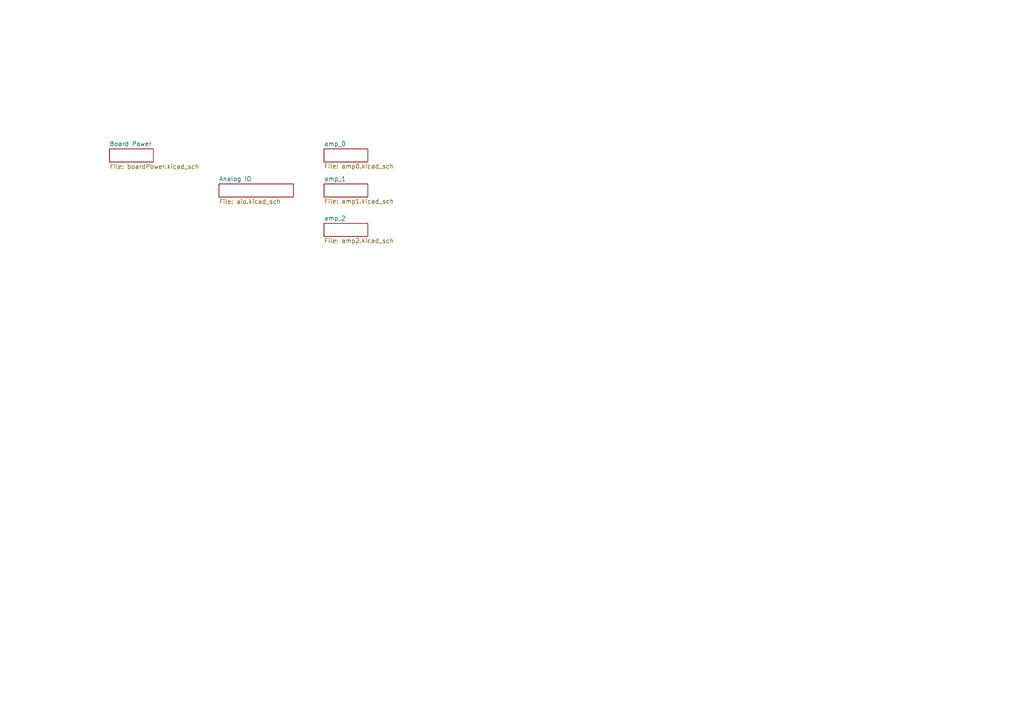
<source format=kicad_sch>
(kicad_sch
	(version 20231120)
	(generator "eeschema")
	(generator_version "8.0")
	(uuid "c6103430-c27a-4e90-8e2e-9404255f5ee3")
	(paper "A4")
	(lib_symbols)
	(sheet
		(at 93.98 43.18)
		(size 12.7 3.81)
		(stroke
			(width 0.1524)
			(type solid)
		)
		(fill
			(color 0 0 0 0.0000)
		)
		(uuid "4b870615-1fdd-4c38-ae2a-ce2f07b58b57")
		(property "Sheetname" "amp_0"
			(at 93.98 42.4684 0)
			(effects
				(font
					(size 1.27 1.27)
				)
				(justify left bottom)
			)
		)
		(property "Sheetfile" "amp0.kicad_sch"
			(at 93.98 47.498 0)
			(effects
				(font
					(size 1.27 1.27)
				)
				(justify left top)
			)
		)
		(instances
			(project "amp_board_rev3"
				(path "/c6103430-c27a-4e90-8e2e-9404255f5ee3"
					(page "5")
				)
			)
		)
	)
	(sheet
		(at 63.5 53.34)
		(size 21.59 3.81)
		(fields_autoplaced yes)
		(stroke
			(width 0.1524)
			(type solid)
		)
		(fill
			(color 0 0 0 0.0000)
		)
		(uuid "7c57c744-c249-4038-95bb-f0647f1e1f7f")
		(property "Sheetname" "Analog IO"
			(at 63.5 52.6284 0)
			(effects
				(font
					(size 1.27 1.27)
				)
				(justify left bottom)
			)
		)
		(property "Sheetfile" "aio.kicad_sch"
			(at 63.5 57.7346 0)
			(effects
				(font
					(size 1.27 1.27)
				)
				(justify left top)
			)
		)
		(instances
			(project "amp_board_rev3"
				(path "/c6103430-c27a-4e90-8e2e-9404255f5ee3"
					(page "3")
				)
			)
		)
	)
	(sheet
		(at 93.98 53.34)
		(size 12.7 3.81)
		(stroke
			(width 0.1524)
			(type solid)
		)
		(fill
			(color 0 0 0 0.0000)
		)
		(uuid "865508fb-4dd4-4359-9e39-5883a9441607")
		(property "Sheetname" "amp_1"
			(at 93.98 52.6284 0)
			(effects
				(font
					(size 1.27 1.27)
				)
				(justify left bottom)
			)
		)
		(property "Sheetfile" "amp1.kicad_sch"
			(at 93.98 57.658 0)
			(effects
				(font
					(size 1.27 1.27)
				)
				(justify left top)
			)
		)
		(instances
			(project "amp_board_rev3"
				(path "/c6103430-c27a-4e90-8e2e-9404255f5ee3"
					(page "4")
				)
			)
		)
	)
	(sheet
		(at 93.98 64.77)
		(size 12.7 3.81)
		(stroke
			(width 0.1524)
			(type solid)
		)
		(fill
			(color 0 0 0 0.0000)
		)
		(uuid "9680e1db-1c4d-4695-b606-6f4dd207e124")
		(property "Sheetname" "amp_2"
			(at 93.98 64.0584 0)
			(effects
				(font
					(size 1.27 1.27)
				)
				(justify left bottom)
			)
		)
		(property "Sheetfile" "amp2.kicad_sch"
			(at 93.98 69.088 0)
			(effects
				(font
					(size 1.27 1.27)
				)
				(justify left top)
			)
		)
		(instances
			(project "amp_board_rev3"
				(path "/c6103430-c27a-4e90-8e2e-9404255f5ee3"
					(page "6")
				)
			)
		)
	)
	(sheet
		(at 31.75 43.18)
		(size 12.7 3.81)
		(fields_autoplaced yes)
		(stroke
			(width 0.1524)
			(type solid)
		)
		(fill
			(color 0 0 0 0.0000)
		)
		(uuid "ab3d06fa-a7a0-4394-b6d7-1ca538756c6f")
		(property "Sheetname" "Board Power"
			(at 31.75 42.4684 0)
			(effects
				(font
					(size 1.27 1.27)
				)
				(justify left bottom)
			)
		)
		(property "Sheetfile" "boardPower.kicad_sch"
			(at 31.75 47.5746 0)
			(effects
				(font
					(size 1.27 1.27)
				)
				(justify left top)
			)
		)
		(instances
			(project "amp_board_rev3"
				(path "/c6103430-c27a-4e90-8e2e-9404255f5ee3"
					(page "2")
				)
			)
		)
	)
	(sheet_instances
		(path "/"
			(page "1")
		)
	)
)

</source>
